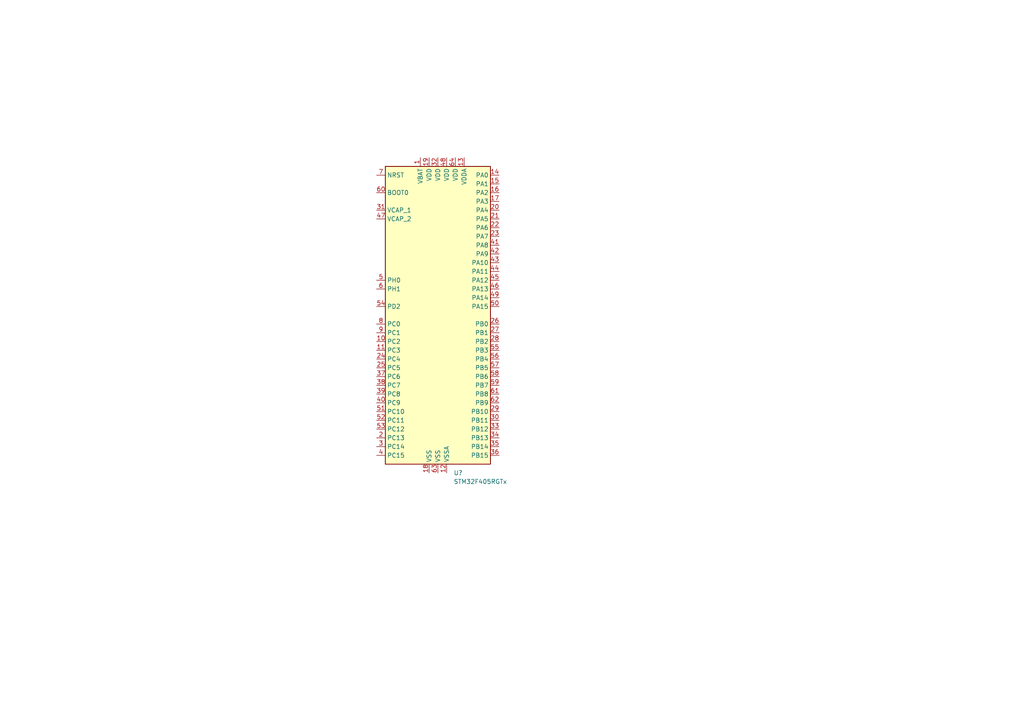
<source format=kicad_sch>
(kicad_sch (version 20211123) (generator eeschema)
  (paper "A4")
  (lib_symbols
    (symbol "MCU_ST_STM32F4:STM32F405RGTx"
      (property "Reference" "U" (at -15.24 44.45 0))
      (property "Value" "STM32F405RGTx" (at 10.16 44.45 0))
      (symbol "STM32F405RGTx_0_1"
        (rectangle (start -15.24 -43.18) (end 15.24 43.18) (stroke (width 0.254)) (fill (type background)))
      )
      (symbol "STM32F405RGTx_1_1"
        (pin power_in line (at -5.08 45.72 270) (length 2.54) (name "VBAT") (number "1"))
        (pin bidirectional line (at -17.78 -7.62 0) (length 2.54) (name "PC2") (number "10"))
        (pin bidirectional line (at -17.78 -10.16 0) (length 2.54) (name "PC3") (number "11"))
        (pin power_in line (at 2.54 -45.72 90) (length 2.54) (name "VSSA") (number "12"))
        (pin power_in line (at 7.62 45.72 270) (length 2.54) (name "VDDA") (number "13"))
        (pin bidirectional line (at 17.78 40.64 180) (length 2.54) (name "PA0") (number "14"))
        (pin bidirectional line (at 17.78 38.1 180) (length 2.54) (name "PA1") (number "15"))
        (pin bidirectional line (at 17.78 35.56 180) (length 2.54) (name "PA2") (number "16"))
        (pin bidirectional line (at 17.78 33.02 180) (length 2.54) (name "PA3") (number "17"))
        (pin power_in line (at -2.54 -45.72 90) (length 2.54) (name "VSS") (number "18"))
        (pin power_in line (at -2.54 45.72 270) (length 2.54) (name "VDD") (number "19"))
        (pin bidirectional line (at -17.78 -35.56 0) (length 2.54) (name "PC13") (number "2"))
        (pin bidirectional line (at 17.78 30.48 180) (length 2.54) (name "PA4") (number "20"))
        (pin bidirectional line (at 17.78 27.94 180) (length 2.54) (name "PA5") (number "21"))
        (pin bidirectional line (at 17.78 25.4 180) (length 2.54) (name "PA6") (number "22"))
        (pin bidirectional line (at 17.78 22.86 180) (length 2.54) (name "PA7") (number "23"))
        (pin bidirectional line (at -17.78 -12.7 0) (length 2.54) (name "PC4") (number "24"))
        (pin bidirectional line (at -17.78 -15.24 0) (length 2.54) (name "PC5") (number "25"))
        (pin bidirectional line (at 17.78 -2.54 180) (length 2.54) (name "PB0") (number "26"))
        (pin bidirectional line (at 17.78 -5.08 180) (length 2.54) (name "PB1") (number "27"))
        (pin bidirectional line (at 17.78 -7.62 180) (length 2.54) (name "PB2") (number "28"))
        (pin bidirectional line (at 17.78 -27.94 180) (length 2.54) (name "PB10") (number "29"))
        (pin bidirectional line (at -17.78 -38.1 0) (length 2.54) (name "PC14") (number "3"))
        (pin bidirectional line (at 17.78 -30.48 180) (length 2.54) (name "PB11") (number "30"))
        (pin power_in line (at -17.78 30.48 0) (length 2.54) (name "VCAP_1") (number "31"))
        (pin power_in line (at 0 45.72 270) (length 2.54) (name "VDD") (number "32"))
        (pin bidirectional line (at 17.78 -33.02 180) (length 2.54) (name "PB12") (number "33"))
        (pin bidirectional line (at 17.78 -35.56 180) (length 2.54) (name "PB13") (number "34"))
        (pin bidirectional line (at 17.78 -38.1 180) (length 2.54) (name "PB14") (number "35"))
        (pin bidirectional line (at 17.78 -40.64 180) (length 2.54) (name "PB15") (number "36"))
        (pin bidirectional line (at -17.78 -17.78 0) (length 2.54) (name "PC6") (number "37"))
        (pin bidirectional line (at -17.78 -20.32 0) (length 2.54) (name "PC7") (number "38"))
        (pin bidirectional line (at -17.78 -22.86 0) (length 2.54) (name "PC8") (number "39"))
        (pin bidirectional line (at -17.78 -40.64 0) (length 2.54) (name "PC15") (number "4"))
        (pin bidirectional line (at -17.78 -25.4 0) (length 2.54) (name "PC9") (number "40"))
        (pin bidirectional line (at 17.78 20.32 180) (length 2.54) (name "PA8") (number "41"))
        (pin bidirectional line (at 17.78 17.78 180) (length 2.54) (name "PA9") (number "42"))
        (pin bidirectional line (at 17.78 15.24 180) (length 2.54) (name "PA10") (number "43"))
        (pin bidirectional line (at 17.78 12.7 180) (length 2.54) (name "PA11") (number "44"))
        (pin bidirectional line (at 17.78 10.16 180) (length 2.54) (name "PA12") (number "45"))
        (pin bidirectional line (at 17.78 7.62 180) (length 2.54) (name "PA13") (number "46"))
        (pin power_in line (at -17.78 27.94 0) (length 2.54) (name "VCAP_2") (number "47"))
        (pin power_in line (at 2.54 45.72 270) (length 2.54) (name "VDD") (number "48"))
        (pin bidirectional line (at 17.78 5.08 180) (length 2.54) (name "PA14") (number "49"))
        (pin input line (at -17.78 10.16 0) (length 2.54) (name "PH0") (number "5"))
        (pin bidirectional line (at 17.78 2.54 180) (length 2.54) (name "PA15") (number "50"))
        (pin bidirectional line (at -17.78 -27.94 0) (length 2.54) (name "PC10") (number "51"))
        (pin bidirectional line (at -17.78 -30.48 0) (length 2.54) (name "PC11") (number "52"))
        (pin bidirectional line (at -17.78 -33.02 0) (length 2.54) (name "PC12") (number "53"))
        (pin bidirectional line (at -17.78 2.54 0) (length 2.54) (name "PD2") (number "54"))
        (pin bidirectional line (at 17.78 -10.16 180) (length 2.54) (name "PB3") (number "55"))
        (pin bidirectional line (at 17.78 -12.7 180) (length 2.54) (name "PB4") (number "56"))
        (pin bidirectional line (at 17.78 -15.24 180) (length 2.54) (name "PB5") (number "57"))
        (pin bidirectional line (at 17.78 -17.78 180) (length 2.54) (name "PB6") (number "58"))
        (pin bidirectional line (at 17.78 -20.32 180) (length 2.54) (name "PB7") (number "59"))
        (pin input line (at -17.78 7.62 0) (length 2.54) (name "PH1") (number "6"))
        (pin input line (at -17.78 35.56 0) (length 2.54) (name "BOOT0") (number "60"))
        (pin bidirectional line (at 17.78 -22.86 180) (length 2.54) (name "PB8") (number "61"))
        (pin bidirectional line (at 17.78 -25.4 180) (length 2.54) (name "PB9") (number "62"))
        (pin power_in line (at 0 -45.72 90) (length 2.54) (name "VSS") (number "63"))
        (pin power_in line (at 5.08 45.72 270) (length 2.54) (name "VDD") (number "64"))
        (pin input line (at -17.78 40.64 0) (length 2.54) (name "NRST") (number "7"))
        (pin bidirectional line (at -17.78 -2.54 0) (length 2.54) (name "PC0") (number "8"))
        (pin bidirectional line (at -17.78 -5.08 0) (length 2.54) (name "PC1") (number "9"))
      )
    )
  )
  (symbol (lib_id "MCU_ST_STM32F4:STM32F405RGTx") (at 127 91.44 0) (unit 1)
    (property "Reference" "U?" (at 131.5594 137.16 0) (effects (justify left)))
    (property "Value" "STM32F405RGTx" (at 131.5594 139.7 0) (effects (justify left)))
    (property "Footprint" "Package_QFP:LQFP-64_10x10mm_P0.5mm" (effects hide))
    (property "Datasheet" "http://www.st.com/st-web-ui/static/active/en/resource/technical/document/datasheet/DM00037051.pdf" (effects hide))
  )
)
</source>
